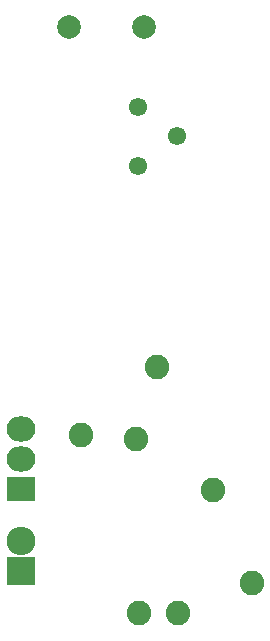
<source format=gbr>
G04 #@! TF.FileFunction,Soldermask,Bot*
%FSLAX46Y46*%
G04 Gerber Fmt 4.6, Leading zero omitted, Abs format (unit mm)*
G04 Created by KiCad (PCBNEW 0.201601221447+6507~42~ubuntu15.10.1-product) date Fri 22 Jan 2016 05:48:07 PM EST*
%MOMM*%
G01*
G04 APERTURE LIST*
%ADD10C,0.100000*%
%ADD11R,2.432000X2.127200*%
%ADD12O,2.432000X2.127200*%
%ADD13C,2.080000*%
%ADD14C,1.550000*%
%ADD15R,2.432000X2.432000*%
%ADD16O,2.432000X2.432000*%
%ADD17C,2.000000*%
G04 APERTURE END LIST*
D10*
D11*
X126746000Y-129921000D03*
D12*
X126746000Y-127381000D03*
X126746000Y-124841000D03*
D13*
X146304000Y-137922000D03*
X131826000Y-125349000D03*
X138303000Y-119634000D03*
X136525000Y-125730000D03*
X136779000Y-140462000D03*
X140081000Y-140462000D03*
X143002000Y-130048000D03*
D14*
X139953000Y-100076000D03*
X136653000Y-102576000D03*
X136653000Y-97576000D03*
D15*
X126746000Y-136906000D03*
D16*
X126746000Y-134366000D03*
D17*
X137160000Y-90797000D03*
X130810000Y-90797000D03*
M02*

</source>
